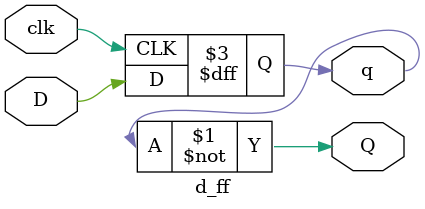
<source format=v>
`timescale 1ns / 1ps

module d_ff(
input D,
input clk,
output reg q,
output wire Q
);
assign Q=~q;
always @(posedge clk) begin
q<=D;

end
endmodule

</source>
